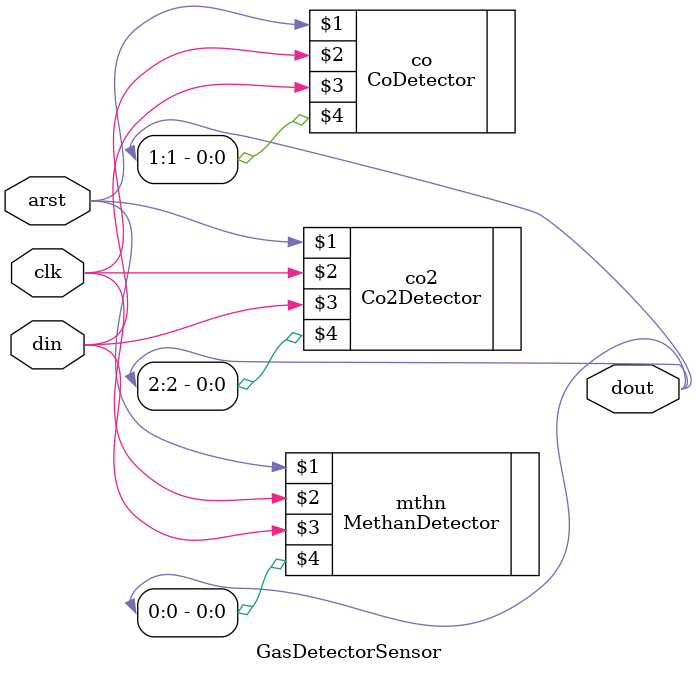
<source format=v>
`timescale 1ns / 1ns
/*--  *******************************************************
--  Computer Architecture Course, Laboratory Sources 
--  Amirkabir University of Technology (Tehran Polytechnic)
--  Department of Computer Engineering (CE-AUT)
--  https://ce[dot]aut[dot]ac[dot]ir
--  *******************************************************
--  All Rights reserved (C) 2019-2020
--  *******************************************************
--  Student ID  : 
--  Student Name: 
--  Student Mail: 
--  *******************************************************
--  Additional Comments:
--
--*/
/*-----------------------------------------------------------
---  Module Name: Gas Detector Sensor
---  Description: Module2:
-----------------------------------------------------------*/
module GasDetectorSensor (
	input        arst     , // async reset
	input        clk      , // clock posedge
	input        din      , // input data 
	output [2:0] dout       // output data
);
	
	MethanDetector mthn (arst, clk, din, dout[0]);
	CoDetector co (arst, clk, din, dout[1]);
	Co2Detector co2 (arst, clk, din, dout[2]);

endmodule
</source>
